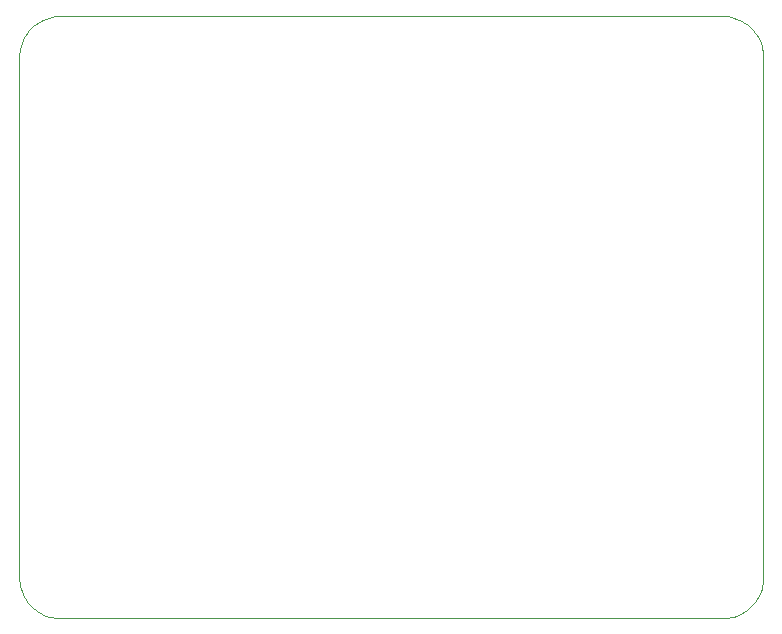
<source format=gko>
G04*
G04 #@! TF.GenerationSoftware,Altium Limited,Altium Designer,23.9.2 (47)*
G04*
G04 Layer_Color=8388736*
%FSLAX25Y25*%
%MOIN*%
G70*
G04*
G04 #@! TF.SameCoordinates,B9D28BA6-00D3-483F-BACE-1505689BD4AF*
G04*
G04*
G04 #@! TF.FilePolarity,Positive*
G04*
G01*
G75*
%ADD12C,0.00394*%
D12*
X216535Y86614D02*
X216500Y87597D01*
X216395Y88575D01*
X216220Y89543D01*
X215977Y90496D01*
X215667Y91430D01*
X215290Y92338D01*
X214850Y93218D01*
X214348Y94064D01*
X213787Y94872D01*
X213170Y95638D01*
X212499Y96358D01*
X211780Y97028D01*
X211014Y97645D01*
X210206Y98206D01*
X209360Y98708D01*
X208480Y99148D01*
X207571Y99525D01*
X206638Y99835D01*
X205685Y100079D01*
X204717Y100253D01*
X203739Y100359D01*
X202756Y100394D01*
Y-100394D02*
X203739Y-100359D01*
X204717Y-100253D01*
X205685Y-100079D01*
X206638Y-99835D01*
X207571Y-99525D01*
X208480Y-99148D01*
X209360Y-98708D01*
X210206Y-98206D01*
X211014Y-97645D01*
X211780Y-97028D01*
X212499Y-96358D01*
X213170Y-95638D01*
X213787Y-94872D01*
X214348Y-94064D01*
X214850Y-93218D01*
X215290Y-92338D01*
X215667Y-91430D01*
X215977Y-90496D01*
X216220Y-89543D01*
X216395Y-88575D01*
X216500Y-87597D01*
X216535Y-86614D01*
X-31496Y-86614D02*
X-31461Y-87597D01*
X-31356Y-88575D01*
X-31181Y-89543D01*
X-30938Y-90496D01*
X-30627Y-91430D01*
X-30251Y-92338D01*
X-29811Y-93218D01*
X-29309Y-94064D01*
X-28748Y-94872D01*
X-28130Y-95638D01*
X-27460Y-96358D01*
X-26740Y-97028D01*
X-25974Y-97645D01*
X-25166Y-98206D01*
X-24320Y-98708D01*
X-23441Y-99148D01*
X-22532Y-99525D01*
X-21599Y-99835D01*
X-20646Y-100079D01*
X-19678Y-100253D01*
X-18699Y-100359D01*
X-17717Y-100394D01*
Y100394D02*
X-18699Y100359D01*
X-19678Y100253D01*
X-20646Y100079D01*
X-21599Y99835D01*
X-22532Y99525D01*
X-23441Y99148D01*
X-24320Y98708D01*
X-25166Y98206D01*
X-25974Y97645D01*
X-26740Y97028D01*
X-27460Y96358D01*
X-28130Y95638D01*
X-28748Y94872D01*
X-29309Y94064D01*
X-29811Y93218D01*
X-30251Y92338D01*
X-30627Y91430D01*
X-30938Y90496D01*
X-31181Y89543D01*
X-31356Y88575D01*
X-31461Y87597D01*
X-31496Y86614D01*
X68898Y100394D02*
X202756Y100394D01*
X68898Y-100394D02*
X202756Y-100394D01*
X-17717Y100394D02*
X68898D01*
X-17717Y-100394D02*
X68898D01*
X-31496Y-86614D02*
Y86614D01*
X216535Y-86614D02*
X216535Y86614D01*
M02*

</source>
